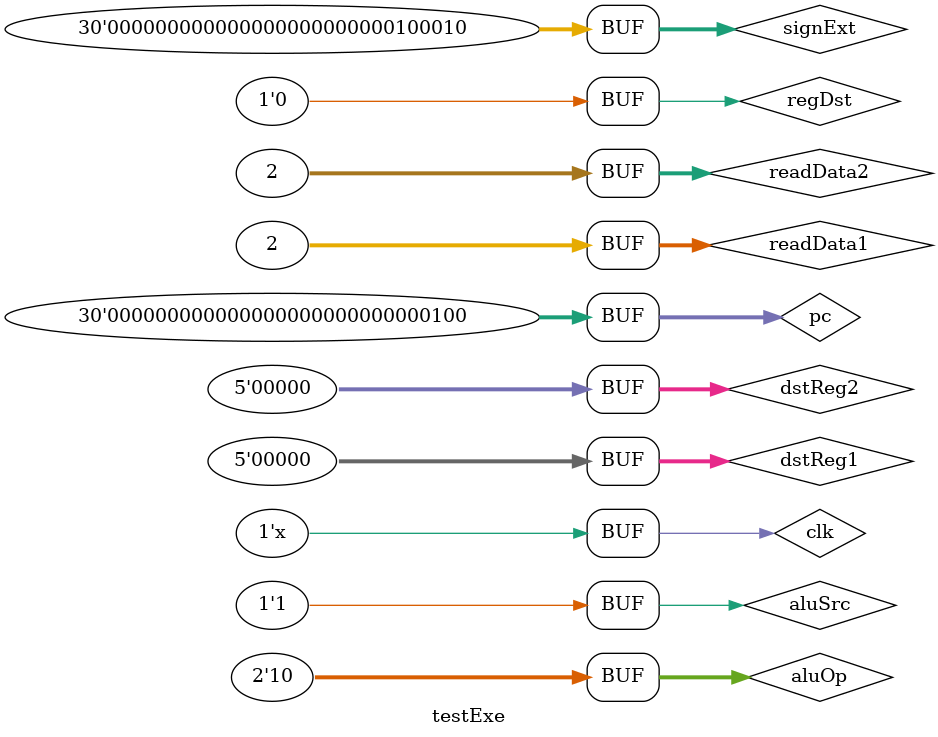
<source format=v>
`timescale 1ns / 1ps


module testExe;

	// Inputs
	reg clk;
	reg [1:0] aluOp;
	reg aluSrc;
	reg regDst;
	reg [31:0] readData1;
	reg [31:0] readData2;
	reg [4:0] dstReg1;
	reg [4:0] dstReg2;
	reg [29:0] pc;
	reg [29:0] signExt;

	// Outputs
	wire zero;
	wire [29:0] branchdst;
	wire [31:0] aluRes;
	wire [4:0] destReg;

	// Instantiate the Unit Under Test (UUT)
	execution uut (
		.clk(clk), 
		.aluOp(aluOp), 
		.aluSrc(aluSrc), 
		.regDst(regDst), 
		.readData1(readData1), 
		.readData2(readData2), 
		.dstReg1(dstReg1), 
		.dstReg2(dstReg2), 
		.pc(pc), 
		.signExt(signExt), 
		.zero(zero), 
		.branchdst(branchdst), 
		.aluRes(aluRes), 
		.destReg(destReg)
	);

	initial begin
		// Initialize Inputs
		clk = 0;
		aluOp = 'b10;
		aluSrc = 1;
		regDst = 0;
		readData1 = 32'b10;
		readData2 = 32'b10;
		dstReg1 = 0;
		dstReg2 = 0;
		pc = 4;
		signExt = 32'b100010;

		// Wait 100 ns for global reset to finish
		#100;
        
		// Add stimulus here
		
	end 
	always
	begin
		#50
		clk = ~clk;
	end
      
endmodule


</source>
